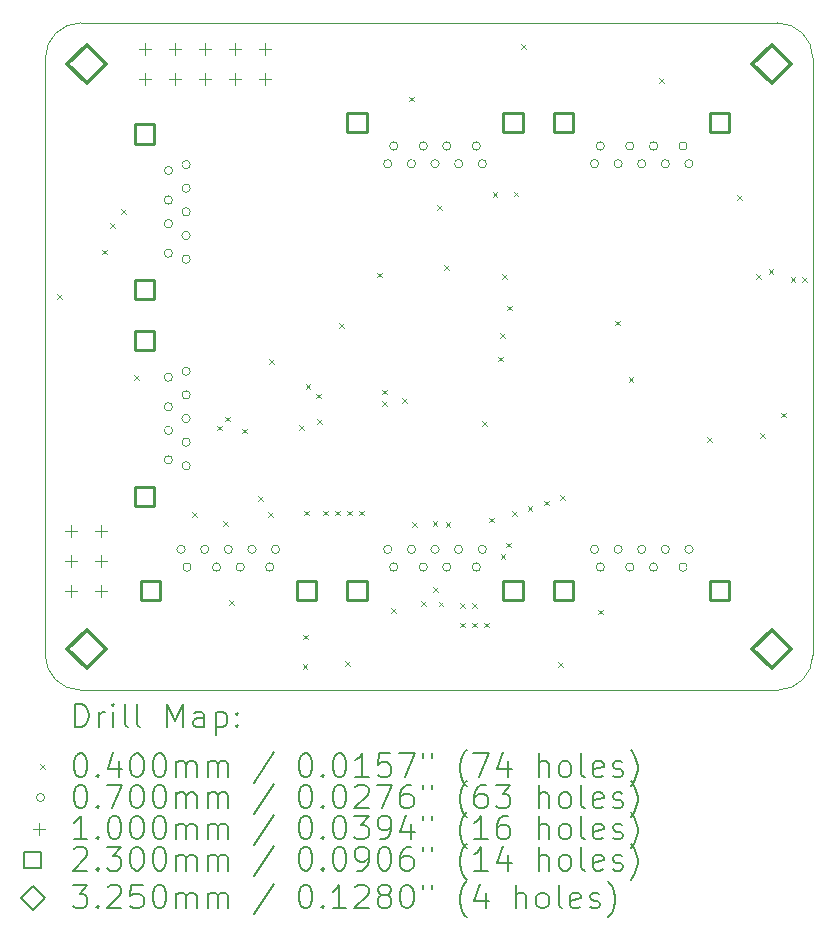
<source format=gbr>
%FSLAX45Y45*%
G04 Gerber Fmt 4.5, Leading zero omitted, Abs format (unit mm)*
G04 Created by KiCad (PCBNEW (6.0.2)) date 2022-07-10 22:33:11*
%MOMM*%
%LPD*%
G01*
G04 APERTURE LIST*
%TA.AperFunction,Profile*%
%ADD10C,0.100000*%
%TD*%
%ADD11C,0.200000*%
%ADD12C,0.040000*%
%ADD13C,0.070000*%
%ADD14C,0.100000*%
%ADD15C,0.230000*%
%ADD16C,0.325000*%
G04 APERTURE END LIST*
D10*
X10000000Y-13350000D02*
G75*
G03*
X10300000Y-13650000I300000J0D01*
G01*
X16200000Y-13650000D02*
X10300000Y-13650000D01*
X10300000Y-8000000D02*
X16200000Y-8000000D01*
X16500000Y-8300000D02*
G75*
G03*
X16200000Y-8000000I-300000J0D01*
G01*
X16200000Y-13650000D02*
G75*
G03*
X16500000Y-13350000I0J300000D01*
G01*
X10300000Y-8000000D02*
G75*
G03*
X10000000Y-8300000I0J-300000D01*
G01*
X16500000Y-8300000D02*
X16500000Y-13350000D01*
X10000000Y-8300000D02*
X10000000Y-13350000D01*
D11*
D12*
X10100000Y-10295000D02*
X10140000Y-10335000D01*
X10140000Y-10295000D02*
X10100000Y-10335000D01*
X10480000Y-9920000D02*
X10520000Y-9960000D01*
X10520000Y-9920000D02*
X10480000Y-9960000D01*
X10552450Y-9694299D02*
X10592450Y-9734299D01*
X10592450Y-9694299D02*
X10552450Y-9734299D01*
X10645000Y-9575000D02*
X10685000Y-9615000D01*
X10685000Y-9575000D02*
X10645000Y-9615000D01*
X10750000Y-10980000D02*
X10790000Y-11020000D01*
X10790000Y-10980000D02*
X10750000Y-11020000D01*
X11245000Y-12140000D02*
X11285000Y-12180000D01*
X11285000Y-12140000D02*
X11245000Y-12180000D01*
X11458103Y-11409357D02*
X11498103Y-11449357D01*
X11498103Y-11409357D02*
X11458103Y-11449357D01*
X11505000Y-12220000D02*
X11545000Y-12260000D01*
X11545000Y-12220000D02*
X11505000Y-12260000D01*
X11525000Y-11335000D02*
X11565000Y-11375000D01*
X11565000Y-11335000D02*
X11525000Y-11375000D01*
X11555000Y-12890000D02*
X11595000Y-12930000D01*
X11595000Y-12890000D02*
X11555000Y-12930000D01*
X11665000Y-11435000D02*
X11705000Y-11475000D01*
X11705000Y-11435000D02*
X11665000Y-11475000D01*
X11805000Y-12005000D02*
X11845000Y-12045000D01*
X11845000Y-12005000D02*
X11805000Y-12045000D01*
X11885000Y-12140000D02*
X11925000Y-12180000D01*
X11925000Y-12140000D02*
X11885000Y-12180000D01*
X11895000Y-10850000D02*
X11935000Y-10890000D01*
X11935000Y-10850000D02*
X11895000Y-10890000D01*
X12150000Y-11405000D02*
X12190000Y-11445000D01*
X12190000Y-11405000D02*
X12150000Y-11445000D01*
X12180000Y-13430000D02*
X12220000Y-13470000D01*
X12220000Y-13430000D02*
X12180000Y-13470000D01*
X12185000Y-13180000D02*
X12225000Y-13220000D01*
X12225000Y-13180000D02*
X12185000Y-13220000D01*
X12190000Y-12130000D02*
X12230000Y-12170000D01*
X12230000Y-12130000D02*
X12190000Y-12170000D01*
X12205000Y-11060000D02*
X12245000Y-11100000D01*
X12245000Y-11060000D02*
X12205000Y-11100000D01*
X12295000Y-11140000D02*
X12335000Y-11180000D01*
X12335000Y-11140000D02*
X12295000Y-11180000D01*
X12305000Y-11355000D02*
X12345000Y-11395000D01*
X12345000Y-11355000D02*
X12305000Y-11395000D01*
X12355000Y-12130000D02*
X12395000Y-12170000D01*
X12395000Y-12130000D02*
X12355000Y-12170000D01*
X12455000Y-12130000D02*
X12495000Y-12170000D01*
X12495000Y-12130000D02*
X12455000Y-12170000D01*
X12490000Y-10545000D02*
X12530000Y-10585000D01*
X12530000Y-10545000D02*
X12490000Y-10585000D01*
X12540000Y-13405000D02*
X12580000Y-13445000D01*
X12580000Y-13405000D02*
X12540000Y-13445000D01*
X12555000Y-12130000D02*
X12595000Y-12170000D01*
X12595000Y-12130000D02*
X12555000Y-12170000D01*
X12655000Y-12130000D02*
X12695000Y-12170000D01*
X12695000Y-12130000D02*
X12655000Y-12170000D01*
X12810000Y-10115000D02*
X12850000Y-10155000D01*
X12850000Y-10115000D02*
X12810000Y-10155000D01*
X12850000Y-11105000D02*
X12890000Y-11145000D01*
X12890000Y-11105000D02*
X12850000Y-11145000D01*
X12850000Y-11204950D02*
X12890000Y-11244950D01*
X12890000Y-11204950D02*
X12850000Y-11244950D01*
X12930516Y-12955516D02*
X12970516Y-12995516D01*
X12970516Y-12955516D02*
X12930516Y-12995516D01*
X13020000Y-11177450D02*
X13060000Y-11217450D01*
X13060000Y-11177450D02*
X13020000Y-11217450D01*
X13080000Y-8625000D02*
X13120000Y-8665000D01*
X13120000Y-8625000D02*
X13080000Y-8665000D01*
X13107550Y-12230000D02*
X13147550Y-12270000D01*
X13147550Y-12230000D02*
X13107550Y-12270000D01*
X13180000Y-12897450D02*
X13220000Y-12937450D01*
X13220000Y-12897450D02*
X13180000Y-12937450D01*
X13280000Y-12218709D02*
X13320000Y-12258709D01*
X13320000Y-12218709D02*
X13280000Y-12258709D01*
X13285000Y-12780000D02*
X13325000Y-12820000D01*
X13325000Y-12780000D02*
X13285000Y-12820000D01*
X13320000Y-9545000D02*
X13360000Y-9585000D01*
X13360000Y-9545000D02*
X13320000Y-9585000D01*
X13330000Y-12900000D02*
X13370000Y-12940000D01*
X13370000Y-12900000D02*
X13330000Y-12940000D01*
X13380000Y-10050000D02*
X13420000Y-10090000D01*
X13420000Y-10050000D02*
X13380000Y-10090000D01*
X13390000Y-12230000D02*
X13430000Y-12270000D01*
X13430000Y-12230000D02*
X13390000Y-12270000D01*
X13515000Y-12910000D02*
X13555000Y-12950000D01*
X13555000Y-12910000D02*
X13515000Y-12950000D01*
X13515000Y-13077450D02*
X13555000Y-13117450D01*
X13555000Y-13077450D02*
X13515000Y-13117450D01*
X13614950Y-12910000D02*
X13654950Y-12950000D01*
X13654950Y-12910000D02*
X13614950Y-12950000D01*
X13614950Y-13077450D02*
X13654950Y-13117450D01*
X13654950Y-13077450D02*
X13614950Y-13117450D01*
X13700000Y-11370000D02*
X13740000Y-11410000D01*
X13740000Y-11370000D02*
X13700000Y-11410000D01*
X13714901Y-13077450D02*
X13754901Y-13117450D01*
X13754901Y-13077450D02*
X13714901Y-13117450D01*
X13760147Y-12190000D02*
X13800147Y-12230000D01*
X13800147Y-12190000D02*
X13760147Y-12230000D01*
X13786944Y-9433056D02*
X13826944Y-9473056D01*
X13826944Y-9433056D02*
X13786944Y-9473056D01*
X13835000Y-10825000D02*
X13875000Y-10865000D01*
X13875000Y-10825000D02*
X13835000Y-10865000D01*
X13850000Y-10625000D02*
X13890000Y-10665000D01*
X13890000Y-10625000D02*
X13850000Y-10665000D01*
X13855000Y-12500000D02*
X13895000Y-12540000D01*
X13895000Y-12500000D02*
X13855000Y-12540000D01*
X13870000Y-10125000D02*
X13910000Y-10165000D01*
X13910000Y-10125000D02*
X13870000Y-10165000D01*
X13905047Y-12400000D02*
X13945047Y-12440000D01*
X13945047Y-12400000D02*
X13905047Y-12440000D01*
X13910000Y-10395000D02*
X13950000Y-10435000D01*
X13950000Y-10395000D02*
X13910000Y-10435000D01*
X13950000Y-12135000D02*
X13990000Y-12175000D01*
X13990000Y-12135000D02*
X13950000Y-12175000D01*
X13965000Y-9430000D02*
X14005000Y-9470000D01*
X14005000Y-9430000D02*
X13965000Y-9470000D01*
X14030000Y-8180000D02*
X14070000Y-8220000D01*
X14070000Y-8180000D02*
X14030000Y-8220000D01*
X14085000Y-12090000D02*
X14125000Y-12130000D01*
X14125000Y-12090000D02*
X14085000Y-12130000D01*
X14224940Y-12045000D02*
X14264940Y-12085000D01*
X14264940Y-12045000D02*
X14224940Y-12085000D01*
X14340000Y-13410000D02*
X14380000Y-13450000D01*
X14380000Y-13410000D02*
X14340000Y-13450000D01*
X14360000Y-12000000D02*
X14400000Y-12040000D01*
X14400000Y-12000000D02*
X14360000Y-12040000D01*
X14680000Y-12967550D02*
X14720000Y-13007550D01*
X14720000Y-12967550D02*
X14680000Y-13007550D01*
X14825000Y-10520000D02*
X14865000Y-10560000D01*
X14865000Y-10520000D02*
X14825000Y-10560000D01*
X14940000Y-11000000D02*
X14980000Y-11040000D01*
X14980000Y-11000000D02*
X14940000Y-11040000D01*
X15200000Y-8470000D02*
X15240000Y-8510000D01*
X15240000Y-8470000D02*
X15200000Y-8510000D01*
X15605000Y-11510000D02*
X15645000Y-11550000D01*
X15645000Y-11510000D02*
X15605000Y-11550000D01*
X15855000Y-9460000D02*
X15895000Y-9500000D01*
X15895000Y-9460000D02*
X15855000Y-9500000D01*
X16020000Y-10130000D02*
X16060000Y-10170000D01*
X16060000Y-10130000D02*
X16020000Y-10170000D01*
X16055000Y-11475000D02*
X16095000Y-11515000D01*
X16095000Y-11475000D02*
X16055000Y-11515000D01*
X16125000Y-10085000D02*
X16165000Y-10125000D01*
X16165000Y-10085000D02*
X16125000Y-10125000D01*
X16230000Y-11300000D02*
X16270000Y-11340000D01*
X16270000Y-11300000D02*
X16230000Y-11340000D01*
X16310002Y-10155000D02*
X16350002Y-10195000D01*
X16350002Y-10155000D02*
X16310002Y-10195000D01*
X16409952Y-10155000D02*
X16449952Y-10195000D01*
X16449952Y-10155000D02*
X16409952Y-10195000D01*
D13*
X11077500Y-9250000D02*
G75*
G03*
X11077500Y-9250000I-35000J0D01*
G01*
X11077500Y-9500000D02*
G75*
G03*
X11077500Y-9500000I-35000J0D01*
G01*
X11077500Y-9700000D02*
G75*
G03*
X11077500Y-9700000I-35000J0D01*
G01*
X11077500Y-9950000D02*
G75*
G03*
X11077500Y-9950000I-35000J0D01*
G01*
X11077500Y-11000000D02*
G75*
G03*
X11077500Y-11000000I-35000J0D01*
G01*
X11077500Y-11250000D02*
G75*
G03*
X11077500Y-11250000I-35000J0D01*
G01*
X11077500Y-11450000D02*
G75*
G03*
X11077500Y-11450000I-35000J0D01*
G01*
X11077500Y-11700000D02*
G75*
G03*
X11077500Y-11700000I-35000J0D01*
G01*
X11185000Y-12457500D02*
G75*
G03*
X11185000Y-12457500I-35000J0D01*
G01*
X11227500Y-9200000D02*
G75*
G03*
X11227500Y-9200000I-35000J0D01*
G01*
X11227500Y-9400000D02*
G75*
G03*
X11227500Y-9400000I-35000J0D01*
G01*
X11227500Y-9600000D02*
G75*
G03*
X11227500Y-9600000I-35000J0D01*
G01*
X11227500Y-9800000D02*
G75*
G03*
X11227500Y-9800000I-35000J0D01*
G01*
X11227500Y-10000000D02*
G75*
G03*
X11227500Y-10000000I-35000J0D01*
G01*
X11227500Y-10950000D02*
G75*
G03*
X11227500Y-10950000I-35000J0D01*
G01*
X11227500Y-11150000D02*
G75*
G03*
X11227500Y-11150000I-35000J0D01*
G01*
X11227500Y-11350000D02*
G75*
G03*
X11227500Y-11350000I-35000J0D01*
G01*
X11227500Y-11550000D02*
G75*
G03*
X11227500Y-11550000I-35000J0D01*
G01*
X11227500Y-11750000D02*
G75*
G03*
X11227500Y-11750000I-35000J0D01*
G01*
X11235000Y-12607500D02*
G75*
G03*
X11235000Y-12607500I-35000J0D01*
G01*
X11385000Y-12457500D02*
G75*
G03*
X11385000Y-12457500I-35000J0D01*
G01*
X11485000Y-12607500D02*
G75*
G03*
X11485000Y-12607500I-35000J0D01*
G01*
X11585000Y-12457500D02*
G75*
G03*
X11585000Y-12457500I-35000J0D01*
G01*
X11685000Y-12607500D02*
G75*
G03*
X11685000Y-12607500I-35000J0D01*
G01*
X11785000Y-12457500D02*
G75*
G03*
X11785000Y-12457500I-35000J0D01*
G01*
X11935000Y-12607500D02*
G75*
G03*
X11935000Y-12607500I-35000J0D01*
G01*
X11985000Y-12457500D02*
G75*
G03*
X11985000Y-12457500I-35000J0D01*
G01*
X12935000Y-9192500D02*
G75*
G03*
X12935000Y-9192500I-35000J0D01*
G01*
X12935000Y-12457500D02*
G75*
G03*
X12935000Y-12457500I-35000J0D01*
G01*
X12985000Y-9042500D02*
G75*
G03*
X12985000Y-9042500I-35000J0D01*
G01*
X12985000Y-12607500D02*
G75*
G03*
X12985000Y-12607500I-35000J0D01*
G01*
X13135000Y-9192500D02*
G75*
G03*
X13135000Y-9192500I-35000J0D01*
G01*
X13135000Y-12457500D02*
G75*
G03*
X13135000Y-12457500I-35000J0D01*
G01*
X13235000Y-9042500D02*
G75*
G03*
X13235000Y-9042500I-35000J0D01*
G01*
X13235000Y-12607500D02*
G75*
G03*
X13235000Y-12607500I-35000J0D01*
G01*
X13335000Y-9192500D02*
G75*
G03*
X13335000Y-9192500I-35000J0D01*
G01*
X13335000Y-12457500D02*
G75*
G03*
X13335000Y-12457500I-35000J0D01*
G01*
X13435000Y-9042500D02*
G75*
G03*
X13435000Y-9042500I-35000J0D01*
G01*
X13435000Y-12607500D02*
G75*
G03*
X13435000Y-12607500I-35000J0D01*
G01*
X13535000Y-9192500D02*
G75*
G03*
X13535000Y-9192500I-35000J0D01*
G01*
X13535000Y-12457500D02*
G75*
G03*
X13535000Y-12457500I-35000J0D01*
G01*
X13685000Y-9042500D02*
G75*
G03*
X13685000Y-9042500I-35000J0D01*
G01*
X13685000Y-12607500D02*
G75*
G03*
X13685000Y-12607500I-35000J0D01*
G01*
X13735000Y-9192500D02*
G75*
G03*
X13735000Y-9192500I-35000J0D01*
G01*
X13735000Y-12457500D02*
G75*
G03*
X13735000Y-12457500I-35000J0D01*
G01*
X14685000Y-9192500D02*
G75*
G03*
X14685000Y-9192500I-35000J0D01*
G01*
X14685000Y-12457500D02*
G75*
G03*
X14685000Y-12457500I-35000J0D01*
G01*
X14735000Y-9042500D02*
G75*
G03*
X14735000Y-9042500I-35000J0D01*
G01*
X14735000Y-12607500D02*
G75*
G03*
X14735000Y-12607500I-35000J0D01*
G01*
X14885000Y-9192500D02*
G75*
G03*
X14885000Y-9192500I-35000J0D01*
G01*
X14885000Y-12457500D02*
G75*
G03*
X14885000Y-12457500I-35000J0D01*
G01*
X14985000Y-9042500D02*
G75*
G03*
X14985000Y-9042500I-35000J0D01*
G01*
X14985000Y-12607500D02*
G75*
G03*
X14985000Y-12607500I-35000J0D01*
G01*
X15085000Y-9192500D02*
G75*
G03*
X15085000Y-9192500I-35000J0D01*
G01*
X15085000Y-12457500D02*
G75*
G03*
X15085000Y-12457500I-35000J0D01*
G01*
X15185000Y-9042500D02*
G75*
G03*
X15185000Y-9042500I-35000J0D01*
G01*
X15185000Y-12607500D02*
G75*
G03*
X15185000Y-12607500I-35000J0D01*
G01*
X15285000Y-9192500D02*
G75*
G03*
X15285000Y-9192500I-35000J0D01*
G01*
X15285000Y-12457500D02*
G75*
G03*
X15285000Y-12457500I-35000J0D01*
G01*
X15435000Y-9042500D02*
G75*
G03*
X15435000Y-9042500I-35000J0D01*
G01*
X15435000Y-12607500D02*
G75*
G03*
X15435000Y-12607500I-35000J0D01*
G01*
X15485000Y-9192500D02*
G75*
G03*
X15485000Y-9192500I-35000J0D01*
G01*
X15485000Y-12457500D02*
G75*
G03*
X15485000Y-12457500I-35000J0D01*
G01*
D14*
X10217500Y-12252500D02*
X10217500Y-12352500D01*
X10167500Y-12302500D02*
X10267500Y-12302500D01*
X10217500Y-12506500D02*
X10217500Y-12606500D01*
X10167500Y-12556500D02*
X10267500Y-12556500D01*
X10217500Y-12760500D02*
X10217500Y-12860500D01*
X10167500Y-12810500D02*
X10267500Y-12810500D01*
X10471500Y-12252500D02*
X10471500Y-12352500D01*
X10421500Y-12302500D02*
X10521500Y-12302500D01*
X10471500Y-12506500D02*
X10471500Y-12606500D01*
X10421500Y-12556500D02*
X10521500Y-12556500D01*
X10471500Y-12760500D02*
X10471500Y-12860500D01*
X10421500Y-12810500D02*
X10521500Y-12810500D01*
X10845000Y-8171000D02*
X10845000Y-8271000D01*
X10795000Y-8221000D02*
X10895000Y-8221000D01*
X10845000Y-8425000D02*
X10845000Y-8525000D01*
X10795000Y-8475000D02*
X10895000Y-8475000D01*
X11099000Y-8171000D02*
X11099000Y-8271000D01*
X11049000Y-8221000D02*
X11149000Y-8221000D01*
X11099000Y-8425000D02*
X11099000Y-8525000D01*
X11049000Y-8475000D02*
X11149000Y-8475000D01*
X11353000Y-8171000D02*
X11353000Y-8271000D01*
X11303000Y-8221000D02*
X11403000Y-8221000D01*
X11353000Y-8425000D02*
X11353000Y-8525000D01*
X11303000Y-8475000D02*
X11403000Y-8475000D01*
X11607000Y-8171000D02*
X11607000Y-8271000D01*
X11557000Y-8221000D02*
X11657000Y-8221000D01*
X11607000Y-8425000D02*
X11607000Y-8525000D01*
X11557000Y-8475000D02*
X11657000Y-8475000D01*
X11861000Y-8171000D02*
X11861000Y-8271000D01*
X11811000Y-8221000D02*
X11911000Y-8221000D01*
X11861000Y-8425000D02*
X11861000Y-8525000D01*
X11811000Y-8475000D02*
X11911000Y-8475000D01*
D15*
X10923818Y-9021318D02*
X10923818Y-8858682D01*
X10761182Y-8858682D01*
X10761182Y-9021318D01*
X10923818Y-9021318D01*
X10923818Y-10341318D02*
X10923818Y-10178682D01*
X10761182Y-10178682D01*
X10761182Y-10341318D01*
X10923818Y-10341318D01*
X10923818Y-10771318D02*
X10923818Y-10608682D01*
X10761182Y-10608682D01*
X10761182Y-10771318D01*
X10923818Y-10771318D01*
X10923818Y-12091318D02*
X10923818Y-11928682D01*
X10761182Y-11928682D01*
X10761182Y-12091318D01*
X10923818Y-12091318D01*
X10971318Y-12888818D02*
X10971318Y-12726182D01*
X10808682Y-12726182D01*
X10808682Y-12888818D01*
X10971318Y-12888818D01*
X12291318Y-12888818D02*
X12291318Y-12726182D01*
X12128682Y-12726182D01*
X12128682Y-12888818D01*
X12291318Y-12888818D01*
X12721318Y-8923818D02*
X12721318Y-8761182D01*
X12558682Y-8761182D01*
X12558682Y-8923818D01*
X12721318Y-8923818D01*
X12721318Y-12888818D02*
X12721318Y-12726182D01*
X12558682Y-12726182D01*
X12558682Y-12888818D01*
X12721318Y-12888818D01*
X14041318Y-8923818D02*
X14041318Y-8761182D01*
X13878682Y-8761182D01*
X13878682Y-8923818D01*
X14041318Y-8923818D01*
X14041318Y-12888818D02*
X14041318Y-12726182D01*
X13878682Y-12726182D01*
X13878682Y-12888818D01*
X14041318Y-12888818D01*
X14471318Y-8923818D02*
X14471318Y-8761182D01*
X14308682Y-8761182D01*
X14308682Y-8923818D01*
X14471318Y-8923818D01*
X14471318Y-12888818D02*
X14471318Y-12726182D01*
X14308682Y-12726182D01*
X14308682Y-12888818D01*
X14471318Y-12888818D01*
X15791318Y-8923818D02*
X15791318Y-8761182D01*
X15628682Y-8761182D01*
X15628682Y-8923818D01*
X15791318Y-8923818D01*
X15791318Y-12888818D02*
X15791318Y-12726182D01*
X15628682Y-12726182D01*
X15628682Y-12888818D01*
X15791318Y-12888818D01*
D16*
X10350000Y-8512500D02*
X10512500Y-8350000D01*
X10350000Y-8187500D01*
X10187500Y-8350000D01*
X10350000Y-8512500D01*
X10350000Y-13462500D02*
X10512500Y-13300000D01*
X10350000Y-13137500D01*
X10187500Y-13300000D01*
X10350000Y-13462500D01*
X16150000Y-8512500D02*
X16312500Y-8350000D01*
X16150000Y-8187500D01*
X15987500Y-8350000D01*
X16150000Y-8512500D01*
X16150000Y-13462500D02*
X16312500Y-13300000D01*
X16150000Y-13137500D01*
X15987500Y-13300000D01*
X16150000Y-13462500D01*
D11*
X10252619Y-13965476D02*
X10252619Y-13765476D01*
X10300238Y-13765476D01*
X10328810Y-13775000D01*
X10347857Y-13794048D01*
X10357381Y-13813095D01*
X10366905Y-13851190D01*
X10366905Y-13879762D01*
X10357381Y-13917857D01*
X10347857Y-13936905D01*
X10328810Y-13955952D01*
X10300238Y-13965476D01*
X10252619Y-13965476D01*
X10452619Y-13965476D02*
X10452619Y-13832143D01*
X10452619Y-13870238D02*
X10462143Y-13851190D01*
X10471667Y-13841667D01*
X10490714Y-13832143D01*
X10509762Y-13832143D01*
X10576429Y-13965476D02*
X10576429Y-13832143D01*
X10576429Y-13765476D02*
X10566905Y-13775000D01*
X10576429Y-13784524D01*
X10585952Y-13775000D01*
X10576429Y-13765476D01*
X10576429Y-13784524D01*
X10700238Y-13965476D02*
X10681190Y-13955952D01*
X10671667Y-13936905D01*
X10671667Y-13765476D01*
X10805000Y-13965476D02*
X10785952Y-13955952D01*
X10776429Y-13936905D01*
X10776429Y-13765476D01*
X11033571Y-13965476D02*
X11033571Y-13765476D01*
X11100238Y-13908333D01*
X11166905Y-13765476D01*
X11166905Y-13965476D01*
X11347857Y-13965476D02*
X11347857Y-13860714D01*
X11338333Y-13841667D01*
X11319286Y-13832143D01*
X11281190Y-13832143D01*
X11262143Y-13841667D01*
X11347857Y-13955952D02*
X11328809Y-13965476D01*
X11281190Y-13965476D01*
X11262143Y-13955952D01*
X11252619Y-13936905D01*
X11252619Y-13917857D01*
X11262143Y-13898809D01*
X11281190Y-13889286D01*
X11328809Y-13889286D01*
X11347857Y-13879762D01*
X11443095Y-13832143D02*
X11443095Y-14032143D01*
X11443095Y-13841667D02*
X11462143Y-13832143D01*
X11500238Y-13832143D01*
X11519286Y-13841667D01*
X11528809Y-13851190D01*
X11538333Y-13870238D01*
X11538333Y-13927381D01*
X11528809Y-13946428D01*
X11519286Y-13955952D01*
X11500238Y-13965476D01*
X11462143Y-13965476D01*
X11443095Y-13955952D01*
X11624048Y-13946428D02*
X11633571Y-13955952D01*
X11624048Y-13965476D01*
X11614524Y-13955952D01*
X11624048Y-13946428D01*
X11624048Y-13965476D01*
X11624048Y-13841667D02*
X11633571Y-13851190D01*
X11624048Y-13860714D01*
X11614524Y-13851190D01*
X11624048Y-13841667D01*
X11624048Y-13860714D01*
D12*
X9955000Y-14275000D02*
X9995000Y-14315000D01*
X9995000Y-14275000D02*
X9955000Y-14315000D01*
D11*
X10290714Y-14185476D02*
X10309762Y-14185476D01*
X10328810Y-14195000D01*
X10338333Y-14204524D01*
X10347857Y-14223571D01*
X10357381Y-14261667D01*
X10357381Y-14309286D01*
X10347857Y-14347381D01*
X10338333Y-14366428D01*
X10328810Y-14375952D01*
X10309762Y-14385476D01*
X10290714Y-14385476D01*
X10271667Y-14375952D01*
X10262143Y-14366428D01*
X10252619Y-14347381D01*
X10243095Y-14309286D01*
X10243095Y-14261667D01*
X10252619Y-14223571D01*
X10262143Y-14204524D01*
X10271667Y-14195000D01*
X10290714Y-14185476D01*
X10443095Y-14366428D02*
X10452619Y-14375952D01*
X10443095Y-14385476D01*
X10433571Y-14375952D01*
X10443095Y-14366428D01*
X10443095Y-14385476D01*
X10624048Y-14252143D02*
X10624048Y-14385476D01*
X10576429Y-14175952D02*
X10528810Y-14318809D01*
X10652619Y-14318809D01*
X10766905Y-14185476D02*
X10785952Y-14185476D01*
X10805000Y-14195000D01*
X10814524Y-14204524D01*
X10824048Y-14223571D01*
X10833571Y-14261667D01*
X10833571Y-14309286D01*
X10824048Y-14347381D01*
X10814524Y-14366428D01*
X10805000Y-14375952D01*
X10785952Y-14385476D01*
X10766905Y-14385476D01*
X10747857Y-14375952D01*
X10738333Y-14366428D01*
X10728810Y-14347381D01*
X10719286Y-14309286D01*
X10719286Y-14261667D01*
X10728810Y-14223571D01*
X10738333Y-14204524D01*
X10747857Y-14195000D01*
X10766905Y-14185476D01*
X10957381Y-14185476D02*
X10976429Y-14185476D01*
X10995476Y-14195000D01*
X11005000Y-14204524D01*
X11014524Y-14223571D01*
X11024048Y-14261667D01*
X11024048Y-14309286D01*
X11014524Y-14347381D01*
X11005000Y-14366428D01*
X10995476Y-14375952D01*
X10976429Y-14385476D01*
X10957381Y-14385476D01*
X10938333Y-14375952D01*
X10928810Y-14366428D01*
X10919286Y-14347381D01*
X10909762Y-14309286D01*
X10909762Y-14261667D01*
X10919286Y-14223571D01*
X10928810Y-14204524D01*
X10938333Y-14195000D01*
X10957381Y-14185476D01*
X11109762Y-14385476D02*
X11109762Y-14252143D01*
X11109762Y-14271190D02*
X11119286Y-14261667D01*
X11138333Y-14252143D01*
X11166905Y-14252143D01*
X11185952Y-14261667D01*
X11195476Y-14280714D01*
X11195476Y-14385476D01*
X11195476Y-14280714D02*
X11205000Y-14261667D01*
X11224048Y-14252143D01*
X11252619Y-14252143D01*
X11271667Y-14261667D01*
X11281190Y-14280714D01*
X11281190Y-14385476D01*
X11376428Y-14385476D02*
X11376428Y-14252143D01*
X11376428Y-14271190D02*
X11385952Y-14261667D01*
X11405000Y-14252143D01*
X11433571Y-14252143D01*
X11452619Y-14261667D01*
X11462143Y-14280714D01*
X11462143Y-14385476D01*
X11462143Y-14280714D02*
X11471667Y-14261667D01*
X11490714Y-14252143D01*
X11519286Y-14252143D01*
X11538333Y-14261667D01*
X11547857Y-14280714D01*
X11547857Y-14385476D01*
X11938333Y-14175952D02*
X11766905Y-14433095D01*
X12195476Y-14185476D02*
X12214524Y-14185476D01*
X12233571Y-14195000D01*
X12243095Y-14204524D01*
X12252619Y-14223571D01*
X12262143Y-14261667D01*
X12262143Y-14309286D01*
X12252619Y-14347381D01*
X12243095Y-14366428D01*
X12233571Y-14375952D01*
X12214524Y-14385476D01*
X12195476Y-14385476D01*
X12176428Y-14375952D01*
X12166905Y-14366428D01*
X12157381Y-14347381D01*
X12147857Y-14309286D01*
X12147857Y-14261667D01*
X12157381Y-14223571D01*
X12166905Y-14204524D01*
X12176428Y-14195000D01*
X12195476Y-14185476D01*
X12347857Y-14366428D02*
X12357381Y-14375952D01*
X12347857Y-14385476D01*
X12338333Y-14375952D01*
X12347857Y-14366428D01*
X12347857Y-14385476D01*
X12481190Y-14185476D02*
X12500238Y-14185476D01*
X12519286Y-14195000D01*
X12528809Y-14204524D01*
X12538333Y-14223571D01*
X12547857Y-14261667D01*
X12547857Y-14309286D01*
X12538333Y-14347381D01*
X12528809Y-14366428D01*
X12519286Y-14375952D01*
X12500238Y-14385476D01*
X12481190Y-14385476D01*
X12462143Y-14375952D01*
X12452619Y-14366428D01*
X12443095Y-14347381D01*
X12433571Y-14309286D01*
X12433571Y-14261667D01*
X12443095Y-14223571D01*
X12452619Y-14204524D01*
X12462143Y-14195000D01*
X12481190Y-14185476D01*
X12738333Y-14385476D02*
X12624048Y-14385476D01*
X12681190Y-14385476D02*
X12681190Y-14185476D01*
X12662143Y-14214048D01*
X12643095Y-14233095D01*
X12624048Y-14242619D01*
X12919286Y-14185476D02*
X12824048Y-14185476D01*
X12814524Y-14280714D01*
X12824048Y-14271190D01*
X12843095Y-14261667D01*
X12890714Y-14261667D01*
X12909762Y-14271190D01*
X12919286Y-14280714D01*
X12928809Y-14299762D01*
X12928809Y-14347381D01*
X12919286Y-14366428D01*
X12909762Y-14375952D01*
X12890714Y-14385476D01*
X12843095Y-14385476D01*
X12824048Y-14375952D01*
X12814524Y-14366428D01*
X12995476Y-14185476D02*
X13128809Y-14185476D01*
X13043095Y-14385476D01*
X13195476Y-14185476D02*
X13195476Y-14223571D01*
X13271667Y-14185476D02*
X13271667Y-14223571D01*
X13566905Y-14461667D02*
X13557381Y-14452143D01*
X13538333Y-14423571D01*
X13528809Y-14404524D01*
X13519286Y-14375952D01*
X13509762Y-14328333D01*
X13509762Y-14290238D01*
X13519286Y-14242619D01*
X13528809Y-14214048D01*
X13538333Y-14195000D01*
X13557381Y-14166428D01*
X13566905Y-14156905D01*
X13624048Y-14185476D02*
X13757381Y-14185476D01*
X13671667Y-14385476D01*
X13919286Y-14252143D02*
X13919286Y-14385476D01*
X13871667Y-14175952D02*
X13824048Y-14318809D01*
X13947857Y-14318809D01*
X14176428Y-14385476D02*
X14176428Y-14185476D01*
X14262143Y-14385476D02*
X14262143Y-14280714D01*
X14252619Y-14261667D01*
X14233571Y-14252143D01*
X14205000Y-14252143D01*
X14185952Y-14261667D01*
X14176428Y-14271190D01*
X14385952Y-14385476D02*
X14366905Y-14375952D01*
X14357381Y-14366428D01*
X14347857Y-14347381D01*
X14347857Y-14290238D01*
X14357381Y-14271190D01*
X14366905Y-14261667D01*
X14385952Y-14252143D01*
X14414524Y-14252143D01*
X14433571Y-14261667D01*
X14443095Y-14271190D01*
X14452619Y-14290238D01*
X14452619Y-14347381D01*
X14443095Y-14366428D01*
X14433571Y-14375952D01*
X14414524Y-14385476D01*
X14385952Y-14385476D01*
X14566905Y-14385476D02*
X14547857Y-14375952D01*
X14538333Y-14356905D01*
X14538333Y-14185476D01*
X14719286Y-14375952D02*
X14700238Y-14385476D01*
X14662143Y-14385476D01*
X14643095Y-14375952D01*
X14633571Y-14356905D01*
X14633571Y-14280714D01*
X14643095Y-14261667D01*
X14662143Y-14252143D01*
X14700238Y-14252143D01*
X14719286Y-14261667D01*
X14728809Y-14280714D01*
X14728809Y-14299762D01*
X14633571Y-14318809D01*
X14805000Y-14375952D02*
X14824048Y-14385476D01*
X14862143Y-14385476D01*
X14881190Y-14375952D01*
X14890714Y-14356905D01*
X14890714Y-14347381D01*
X14881190Y-14328333D01*
X14862143Y-14318809D01*
X14833571Y-14318809D01*
X14814524Y-14309286D01*
X14805000Y-14290238D01*
X14805000Y-14280714D01*
X14814524Y-14261667D01*
X14833571Y-14252143D01*
X14862143Y-14252143D01*
X14881190Y-14261667D01*
X14957381Y-14461667D02*
X14966905Y-14452143D01*
X14985952Y-14423571D01*
X14995476Y-14404524D01*
X15005000Y-14375952D01*
X15014524Y-14328333D01*
X15014524Y-14290238D01*
X15005000Y-14242619D01*
X14995476Y-14214048D01*
X14985952Y-14195000D01*
X14966905Y-14166428D01*
X14957381Y-14156905D01*
D13*
X9995000Y-14559000D02*
G75*
G03*
X9995000Y-14559000I-35000J0D01*
G01*
D11*
X10290714Y-14449476D02*
X10309762Y-14449476D01*
X10328810Y-14459000D01*
X10338333Y-14468524D01*
X10347857Y-14487571D01*
X10357381Y-14525667D01*
X10357381Y-14573286D01*
X10347857Y-14611381D01*
X10338333Y-14630428D01*
X10328810Y-14639952D01*
X10309762Y-14649476D01*
X10290714Y-14649476D01*
X10271667Y-14639952D01*
X10262143Y-14630428D01*
X10252619Y-14611381D01*
X10243095Y-14573286D01*
X10243095Y-14525667D01*
X10252619Y-14487571D01*
X10262143Y-14468524D01*
X10271667Y-14459000D01*
X10290714Y-14449476D01*
X10443095Y-14630428D02*
X10452619Y-14639952D01*
X10443095Y-14649476D01*
X10433571Y-14639952D01*
X10443095Y-14630428D01*
X10443095Y-14649476D01*
X10519286Y-14449476D02*
X10652619Y-14449476D01*
X10566905Y-14649476D01*
X10766905Y-14449476D02*
X10785952Y-14449476D01*
X10805000Y-14459000D01*
X10814524Y-14468524D01*
X10824048Y-14487571D01*
X10833571Y-14525667D01*
X10833571Y-14573286D01*
X10824048Y-14611381D01*
X10814524Y-14630428D01*
X10805000Y-14639952D01*
X10785952Y-14649476D01*
X10766905Y-14649476D01*
X10747857Y-14639952D01*
X10738333Y-14630428D01*
X10728810Y-14611381D01*
X10719286Y-14573286D01*
X10719286Y-14525667D01*
X10728810Y-14487571D01*
X10738333Y-14468524D01*
X10747857Y-14459000D01*
X10766905Y-14449476D01*
X10957381Y-14449476D02*
X10976429Y-14449476D01*
X10995476Y-14459000D01*
X11005000Y-14468524D01*
X11014524Y-14487571D01*
X11024048Y-14525667D01*
X11024048Y-14573286D01*
X11014524Y-14611381D01*
X11005000Y-14630428D01*
X10995476Y-14639952D01*
X10976429Y-14649476D01*
X10957381Y-14649476D01*
X10938333Y-14639952D01*
X10928810Y-14630428D01*
X10919286Y-14611381D01*
X10909762Y-14573286D01*
X10909762Y-14525667D01*
X10919286Y-14487571D01*
X10928810Y-14468524D01*
X10938333Y-14459000D01*
X10957381Y-14449476D01*
X11109762Y-14649476D02*
X11109762Y-14516143D01*
X11109762Y-14535190D02*
X11119286Y-14525667D01*
X11138333Y-14516143D01*
X11166905Y-14516143D01*
X11185952Y-14525667D01*
X11195476Y-14544714D01*
X11195476Y-14649476D01*
X11195476Y-14544714D02*
X11205000Y-14525667D01*
X11224048Y-14516143D01*
X11252619Y-14516143D01*
X11271667Y-14525667D01*
X11281190Y-14544714D01*
X11281190Y-14649476D01*
X11376428Y-14649476D02*
X11376428Y-14516143D01*
X11376428Y-14535190D02*
X11385952Y-14525667D01*
X11405000Y-14516143D01*
X11433571Y-14516143D01*
X11452619Y-14525667D01*
X11462143Y-14544714D01*
X11462143Y-14649476D01*
X11462143Y-14544714D02*
X11471667Y-14525667D01*
X11490714Y-14516143D01*
X11519286Y-14516143D01*
X11538333Y-14525667D01*
X11547857Y-14544714D01*
X11547857Y-14649476D01*
X11938333Y-14439952D02*
X11766905Y-14697095D01*
X12195476Y-14449476D02*
X12214524Y-14449476D01*
X12233571Y-14459000D01*
X12243095Y-14468524D01*
X12252619Y-14487571D01*
X12262143Y-14525667D01*
X12262143Y-14573286D01*
X12252619Y-14611381D01*
X12243095Y-14630428D01*
X12233571Y-14639952D01*
X12214524Y-14649476D01*
X12195476Y-14649476D01*
X12176428Y-14639952D01*
X12166905Y-14630428D01*
X12157381Y-14611381D01*
X12147857Y-14573286D01*
X12147857Y-14525667D01*
X12157381Y-14487571D01*
X12166905Y-14468524D01*
X12176428Y-14459000D01*
X12195476Y-14449476D01*
X12347857Y-14630428D02*
X12357381Y-14639952D01*
X12347857Y-14649476D01*
X12338333Y-14639952D01*
X12347857Y-14630428D01*
X12347857Y-14649476D01*
X12481190Y-14449476D02*
X12500238Y-14449476D01*
X12519286Y-14459000D01*
X12528809Y-14468524D01*
X12538333Y-14487571D01*
X12547857Y-14525667D01*
X12547857Y-14573286D01*
X12538333Y-14611381D01*
X12528809Y-14630428D01*
X12519286Y-14639952D01*
X12500238Y-14649476D01*
X12481190Y-14649476D01*
X12462143Y-14639952D01*
X12452619Y-14630428D01*
X12443095Y-14611381D01*
X12433571Y-14573286D01*
X12433571Y-14525667D01*
X12443095Y-14487571D01*
X12452619Y-14468524D01*
X12462143Y-14459000D01*
X12481190Y-14449476D01*
X12624048Y-14468524D02*
X12633571Y-14459000D01*
X12652619Y-14449476D01*
X12700238Y-14449476D01*
X12719286Y-14459000D01*
X12728809Y-14468524D01*
X12738333Y-14487571D01*
X12738333Y-14506619D01*
X12728809Y-14535190D01*
X12614524Y-14649476D01*
X12738333Y-14649476D01*
X12805000Y-14449476D02*
X12938333Y-14449476D01*
X12852619Y-14649476D01*
X13100238Y-14449476D02*
X13062143Y-14449476D01*
X13043095Y-14459000D01*
X13033571Y-14468524D01*
X13014524Y-14497095D01*
X13005000Y-14535190D01*
X13005000Y-14611381D01*
X13014524Y-14630428D01*
X13024048Y-14639952D01*
X13043095Y-14649476D01*
X13081190Y-14649476D01*
X13100238Y-14639952D01*
X13109762Y-14630428D01*
X13119286Y-14611381D01*
X13119286Y-14563762D01*
X13109762Y-14544714D01*
X13100238Y-14535190D01*
X13081190Y-14525667D01*
X13043095Y-14525667D01*
X13024048Y-14535190D01*
X13014524Y-14544714D01*
X13005000Y-14563762D01*
X13195476Y-14449476D02*
X13195476Y-14487571D01*
X13271667Y-14449476D02*
X13271667Y-14487571D01*
X13566905Y-14725667D02*
X13557381Y-14716143D01*
X13538333Y-14687571D01*
X13528809Y-14668524D01*
X13519286Y-14639952D01*
X13509762Y-14592333D01*
X13509762Y-14554238D01*
X13519286Y-14506619D01*
X13528809Y-14478048D01*
X13538333Y-14459000D01*
X13557381Y-14430428D01*
X13566905Y-14420905D01*
X13728809Y-14449476D02*
X13690714Y-14449476D01*
X13671667Y-14459000D01*
X13662143Y-14468524D01*
X13643095Y-14497095D01*
X13633571Y-14535190D01*
X13633571Y-14611381D01*
X13643095Y-14630428D01*
X13652619Y-14639952D01*
X13671667Y-14649476D01*
X13709762Y-14649476D01*
X13728809Y-14639952D01*
X13738333Y-14630428D01*
X13747857Y-14611381D01*
X13747857Y-14563762D01*
X13738333Y-14544714D01*
X13728809Y-14535190D01*
X13709762Y-14525667D01*
X13671667Y-14525667D01*
X13652619Y-14535190D01*
X13643095Y-14544714D01*
X13633571Y-14563762D01*
X13814524Y-14449476D02*
X13938333Y-14449476D01*
X13871667Y-14525667D01*
X13900238Y-14525667D01*
X13919286Y-14535190D01*
X13928809Y-14544714D01*
X13938333Y-14563762D01*
X13938333Y-14611381D01*
X13928809Y-14630428D01*
X13919286Y-14639952D01*
X13900238Y-14649476D01*
X13843095Y-14649476D01*
X13824048Y-14639952D01*
X13814524Y-14630428D01*
X14176428Y-14649476D02*
X14176428Y-14449476D01*
X14262143Y-14649476D02*
X14262143Y-14544714D01*
X14252619Y-14525667D01*
X14233571Y-14516143D01*
X14205000Y-14516143D01*
X14185952Y-14525667D01*
X14176428Y-14535190D01*
X14385952Y-14649476D02*
X14366905Y-14639952D01*
X14357381Y-14630428D01*
X14347857Y-14611381D01*
X14347857Y-14554238D01*
X14357381Y-14535190D01*
X14366905Y-14525667D01*
X14385952Y-14516143D01*
X14414524Y-14516143D01*
X14433571Y-14525667D01*
X14443095Y-14535190D01*
X14452619Y-14554238D01*
X14452619Y-14611381D01*
X14443095Y-14630428D01*
X14433571Y-14639952D01*
X14414524Y-14649476D01*
X14385952Y-14649476D01*
X14566905Y-14649476D02*
X14547857Y-14639952D01*
X14538333Y-14620905D01*
X14538333Y-14449476D01*
X14719286Y-14639952D02*
X14700238Y-14649476D01*
X14662143Y-14649476D01*
X14643095Y-14639952D01*
X14633571Y-14620905D01*
X14633571Y-14544714D01*
X14643095Y-14525667D01*
X14662143Y-14516143D01*
X14700238Y-14516143D01*
X14719286Y-14525667D01*
X14728809Y-14544714D01*
X14728809Y-14563762D01*
X14633571Y-14582809D01*
X14805000Y-14639952D02*
X14824048Y-14649476D01*
X14862143Y-14649476D01*
X14881190Y-14639952D01*
X14890714Y-14620905D01*
X14890714Y-14611381D01*
X14881190Y-14592333D01*
X14862143Y-14582809D01*
X14833571Y-14582809D01*
X14814524Y-14573286D01*
X14805000Y-14554238D01*
X14805000Y-14544714D01*
X14814524Y-14525667D01*
X14833571Y-14516143D01*
X14862143Y-14516143D01*
X14881190Y-14525667D01*
X14957381Y-14725667D02*
X14966905Y-14716143D01*
X14985952Y-14687571D01*
X14995476Y-14668524D01*
X15005000Y-14639952D01*
X15014524Y-14592333D01*
X15014524Y-14554238D01*
X15005000Y-14506619D01*
X14995476Y-14478048D01*
X14985952Y-14459000D01*
X14966905Y-14430428D01*
X14957381Y-14420905D01*
D14*
X9945000Y-14773000D02*
X9945000Y-14873000D01*
X9895000Y-14823000D02*
X9995000Y-14823000D01*
D11*
X10357381Y-14913476D02*
X10243095Y-14913476D01*
X10300238Y-14913476D02*
X10300238Y-14713476D01*
X10281190Y-14742048D01*
X10262143Y-14761095D01*
X10243095Y-14770619D01*
X10443095Y-14894428D02*
X10452619Y-14903952D01*
X10443095Y-14913476D01*
X10433571Y-14903952D01*
X10443095Y-14894428D01*
X10443095Y-14913476D01*
X10576429Y-14713476D02*
X10595476Y-14713476D01*
X10614524Y-14723000D01*
X10624048Y-14732524D01*
X10633571Y-14751571D01*
X10643095Y-14789667D01*
X10643095Y-14837286D01*
X10633571Y-14875381D01*
X10624048Y-14894428D01*
X10614524Y-14903952D01*
X10595476Y-14913476D01*
X10576429Y-14913476D01*
X10557381Y-14903952D01*
X10547857Y-14894428D01*
X10538333Y-14875381D01*
X10528810Y-14837286D01*
X10528810Y-14789667D01*
X10538333Y-14751571D01*
X10547857Y-14732524D01*
X10557381Y-14723000D01*
X10576429Y-14713476D01*
X10766905Y-14713476D02*
X10785952Y-14713476D01*
X10805000Y-14723000D01*
X10814524Y-14732524D01*
X10824048Y-14751571D01*
X10833571Y-14789667D01*
X10833571Y-14837286D01*
X10824048Y-14875381D01*
X10814524Y-14894428D01*
X10805000Y-14903952D01*
X10785952Y-14913476D01*
X10766905Y-14913476D01*
X10747857Y-14903952D01*
X10738333Y-14894428D01*
X10728810Y-14875381D01*
X10719286Y-14837286D01*
X10719286Y-14789667D01*
X10728810Y-14751571D01*
X10738333Y-14732524D01*
X10747857Y-14723000D01*
X10766905Y-14713476D01*
X10957381Y-14713476D02*
X10976429Y-14713476D01*
X10995476Y-14723000D01*
X11005000Y-14732524D01*
X11014524Y-14751571D01*
X11024048Y-14789667D01*
X11024048Y-14837286D01*
X11014524Y-14875381D01*
X11005000Y-14894428D01*
X10995476Y-14903952D01*
X10976429Y-14913476D01*
X10957381Y-14913476D01*
X10938333Y-14903952D01*
X10928810Y-14894428D01*
X10919286Y-14875381D01*
X10909762Y-14837286D01*
X10909762Y-14789667D01*
X10919286Y-14751571D01*
X10928810Y-14732524D01*
X10938333Y-14723000D01*
X10957381Y-14713476D01*
X11109762Y-14913476D02*
X11109762Y-14780143D01*
X11109762Y-14799190D02*
X11119286Y-14789667D01*
X11138333Y-14780143D01*
X11166905Y-14780143D01*
X11185952Y-14789667D01*
X11195476Y-14808714D01*
X11195476Y-14913476D01*
X11195476Y-14808714D02*
X11205000Y-14789667D01*
X11224048Y-14780143D01*
X11252619Y-14780143D01*
X11271667Y-14789667D01*
X11281190Y-14808714D01*
X11281190Y-14913476D01*
X11376428Y-14913476D02*
X11376428Y-14780143D01*
X11376428Y-14799190D02*
X11385952Y-14789667D01*
X11405000Y-14780143D01*
X11433571Y-14780143D01*
X11452619Y-14789667D01*
X11462143Y-14808714D01*
X11462143Y-14913476D01*
X11462143Y-14808714D02*
X11471667Y-14789667D01*
X11490714Y-14780143D01*
X11519286Y-14780143D01*
X11538333Y-14789667D01*
X11547857Y-14808714D01*
X11547857Y-14913476D01*
X11938333Y-14703952D02*
X11766905Y-14961095D01*
X12195476Y-14713476D02*
X12214524Y-14713476D01*
X12233571Y-14723000D01*
X12243095Y-14732524D01*
X12252619Y-14751571D01*
X12262143Y-14789667D01*
X12262143Y-14837286D01*
X12252619Y-14875381D01*
X12243095Y-14894428D01*
X12233571Y-14903952D01*
X12214524Y-14913476D01*
X12195476Y-14913476D01*
X12176428Y-14903952D01*
X12166905Y-14894428D01*
X12157381Y-14875381D01*
X12147857Y-14837286D01*
X12147857Y-14789667D01*
X12157381Y-14751571D01*
X12166905Y-14732524D01*
X12176428Y-14723000D01*
X12195476Y-14713476D01*
X12347857Y-14894428D02*
X12357381Y-14903952D01*
X12347857Y-14913476D01*
X12338333Y-14903952D01*
X12347857Y-14894428D01*
X12347857Y-14913476D01*
X12481190Y-14713476D02*
X12500238Y-14713476D01*
X12519286Y-14723000D01*
X12528809Y-14732524D01*
X12538333Y-14751571D01*
X12547857Y-14789667D01*
X12547857Y-14837286D01*
X12538333Y-14875381D01*
X12528809Y-14894428D01*
X12519286Y-14903952D01*
X12500238Y-14913476D01*
X12481190Y-14913476D01*
X12462143Y-14903952D01*
X12452619Y-14894428D01*
X12443095Y-14875381D01*
X12433571Y-14837286D01*
X12433571Y-14789667D01*
X12443095Y-14751571D01*
X12452619Y-14732524D01*
X12462143Y-14723000D01*
X12481190Y-14713476D01*
X12614524Y-14713476D02*
X12738333Y-14713476D01*
X12671667Y-14789667D01*
X12700238Y-14789667D01*
X12719286Y-14799190D01*
X12728809Y-14808714D01*
X12738333Y-14827762D01*
X12738333Y-14875381D01*
X12728809Y-14894428D01*
X12719286Y-14903952D01*
X12700238Y-14913476D01*
X12643095Y-14913476D01*
X12624048Y-14903952D01*
X12614524Y-14894428D01*
X12833571Y-14913476D02*
X12871667Y-14913476D01*
X12890714Y-14903952D01*
X12900238Y-14894428D01*
X12919286Y-14865857D01*
X12928809Y-14827762D01*
X12928809Y-14751571D01*
X12919286Y-14732524D01*
X12909762Y-14723000D01*
X12890714Y-14713476D01*
X12852619Y-14713476D01*
X12833571Y-14723000D01*
X12824048Y-14732524D01*
X12814524Y-14751571D01*
X12814524Y-14799190D01*
X12824048Y-14818238D01*
X12833571Y-14827762D01*
X12852619Y-14837286D01*
X12890714Y-14837286D01*
X12909762Y-14827762D01*
X12919286Y-14818238D01*
X12928809Y-14799190D01*
X13100238Y-14780143D02*
X13100238Y-14913476D01*
X13052619Y-14703952D02*
X13005000Y-14846809D01*
X13128809Y-14846809D01*
X13195476Y-14713476D02*
X13195476Y-14751571D01*
X13271667Y-14713476D02*
X13271667Y-14751571D01*
X13566905Y-14989667D02*
X13557381Y-14980143D01*
X13538333Y-14951571D01*
X13528809Y-14932524D01*
X13519286Y-14903952D01*
X13509762Y-14856333D01*
X13509762Y-14818238D01*
X13519286Y-14770619D01*
X13528809Y-14742048D01*
X13538333Y-14723000D01*
X13557381Y-14694428D01*
X13566905Y-14684905D01*
X13747857Y-14913476D02*
X13633571Y-14913476D01*
X13690714Y-14913476D02*
X13690714Y-14713476D01*
X13671667Y-14742048D01*
X13652619Y-14761095D01*
X13633571Y-14770619D01*
X13919286Y-14713476D02*
X13881190Y-14713476D01*
X13862143Y-14723000D01*
X13852619Y-14732524D01*
X13833571Y-14761095D01*
X13824048Y-14799190D01*
X13824048Y-14875381D01*
X13833571Y-14894428D01*
X13843095Y-14903952D01*
X13862143Y-14913476D01*
X13900238Y-14913476D01*
X13919286Y-14903952D01*
X13928809Y-14894428D01*
X13938333Y-14875381D01*
X13938333Y-14827762D01*
X13928809Y-14808714D01*
X13919286Y-14799190D01*
X13900238Y-14789667D01*
X13862143Y-14789667D01*
X13843095Y-14799190D01*
X13833571Y-14808714D01*
X13824048Y-14827762D01*
X14176428Y-14913476D02*
X14176428Y-14713476D01*
X14262143Y-14913476D02*
X14262143Y-14808714D01*
X14252619Y-14789667D01*
X14233571Y-14780143D01*
X14205000Y-14780143D01*
X14185952Y-14789667D01*
X14176428Y-14799190D01*
X14385952Y-14913476D02*
X14366905Y-14903952D01*
X14357381Y-14894428D01*
X14347857Y-14875381D01*
X14347857Y-14818238D01*
X14357381Y-14799190D01*
X14366905Y-14789667D01*
X14385952Y-14780143D01*
X14414524Y-14780143D01*
X14433571Y-14789667D01*
X14443095Y-14799190D01*
X14452619Y-14818238D01*
X14452619Y-14875381D01*
X14443095Y-14894428D01*
X14433571Y-14903952D01*
X14414524Y-14913476D01*
X14385952Y-14913476D01*
X14566905Y-14913476D02*
X14547857Y-14903952D01*
X14538333Y-14884905D01*
X14538333Y-14713476D01*
X14719286Y-14903952D02*
X14700238Y-14913476D01*
X14662143Y-14913476D01*
X14643095Y-14903952D01*
X14633571Y-14884905D01*
X14633571Y-14808714D01*
X14643095Y-14789667D01*
X14662143Y-14780143D01*
X14700238Y-14780143D01*
X14719286Y-14789667D01*
X14728809Y-14808714D01*
X14728809Y-14827762D01*
X14633571Y-14846809D01*
X14805000Y-14903952D02*
X14824048Y-14913476D01*
X14862143Y-14913476D01*
X14881190Y-14903952D01*
X14890714Y-14884905D01*
X14890714Y-14875381D01*
X14881190Y-14856333D01*
X14862143Y-14846809D01*
X14833571Y-14846809D01*
X14814524Y-14837286D01*
X14805000Y-14818238D01*
X14805000Y-14808714D01*
X14814524Y-14789667D01*
X14833571Y-14780143D01*
X14862143Y-14780143D01*
X14881190Y-14789667D01*
X14957381Y-14989667D02*
X14966905Y-14980143D01*
X14985952Y-14951571D01*
X14995476Y-14932524D01*
X15005000Y-14903952D01*
X15014524Y-14856333D01*
X15014524Y-14818238D01*
X15005000Y-14770619D01*
X14995476Y-14742048D01*
X14985952Y-14723000D01*
X14966905Y-14694428D01*
X14957381Y-14684905D01*
X9965711Y-15157711D02*
X9965711Y-15016289D01*
X9824289Y-15016289D01*
X9824289Y-15157711D01*
X9965711Y-15157711D01*
X10243095Y-14996524D02*
X10252619Y-14987000D01*
X10271667Y-14977476D01*
X10319286Y-14977476D01*
X10338333Y-14987000D01*
X10347857Y-14996524D01*
X10357381Y-15015571D01*
X10357381Y-15034619D01*
X10347857Y-15063190D01*
X10233571Y-15177476D01*
X10357381Y-15177476D01*
X10443095Y-15158428D02*
X10452619Y-15167952D01*
X10443095Y-15177476D01*
X10433571Y-15167952D01*
X10443095Y-15158428D01*
X10443095Y-15177476D01*
X10519286Y-14977476D02*
X10643095Y-14977476D01*
X10576429Y-15053667D01*
X10605000Y-15053667D01*
X10624048Y-15063190D01*
X10633571Y-15072714D01*
X10643095Y-15091762D01*
X10643095Y-15139381D01*
X10633571Y-15158428D01*
X10624048Y-15167952D01*
X10605000Y-15177476D01*
X10547857Y-15177476D01*
X10528810Y-15167952D01*
X10519286Y-15158428D01*
X10766905Y-14977476D02*
X10785952Y-14977476D01*
X10805000Y-14987000D01*
X10814524Y-14996524D01*
X10824048Y-15015571D01*
X10833571Y-15053667D01*
X10833571Y-15101286D01*
X10824048Y-15139381D01*
X10814524Y-15158428D01*
X10805000Y-15167952D01*
X10785952Y-15177476D01*
X10766905Y-15177476D01*
X10747857Y-15167952D01*
X10738333Y-15158428D01*
X10728810Y-15139381D01*
X10719286Y-15101286D01*
X10719286Y-15053667D01*
X10728810Y-15015571D01*
X10738333Y-14996524D01*
X10747857Y-14987000D01*
X10766905Y-14977476D01*
X10957381Y-14977476D02*
X10976429Y-14977476D01*
X10995476Y-14987000D01*
X11005000Y-14996524D01*
X11014524Y-15015571D01*
X11024048Y-15053667D01*
X11024048Y-15101286D01*
X11014524Y-15139381D01*
X11005000Y-15158428D01*
X10995476Y-15167952D01*
X10976429Y-15177476D01*
X10957381Y-15177476D01*
X10938333Y-15167952D01*
X10928810Y-15158428D01*
X10919286Y-15139381D01*
X10909762Y-15101286D01*
X10909762Y-15053667D01*
X10919286Y-15015571D01*
X10928810Y-14996524D01*
X10938333Y-14987000D01*
X10957381Y-14977476D01*
X11109762Y-15177476D02*
X11109762Y-15044143D01*
X11109762Y-15063190D02*
X11119286Y-15053667D01*
X11138333Y-15044143D01*
X11166905Y-15044143D01*
X11185952Y-15053667D01*
X11195476Y-15072714D01*
X11195476Y-15177476D01*
X11195476Y-15072714D02*
X11205000Y-15053667D01*
X11224048Y-15044143D01*
X11252619Y-15044143D01*
X11271667Y-15053667D01*
X11281190Y-15072714D01*
X11281190Y-15177476D01*
X11376428Y-15177476D02*
X11376428Y-15044143D01*
X11376428Y-15063190D02*
X11385952Y-15053667D01*
X11405000Y-15044143D01*
X11433571Y-15044143D01*
X11452619Y-15053667D01*
X11462143Y-15072714D01*
X11462143Y-15177476D01*
X11462143Y-15072714D02*
X11471667Y-15053667D01*
X11490714Y-15044143D01*
X11519286Y-15044143D01*
X11538333Y-15053667D01*
X11547857Y-15072714D01*
X11547857Y-15177476D01*
X11938333Y-14967952D02*
X11766905Y-15225095D01*
X12195476Y-14977476D02*
X12214524Y-14977476D01*
X12233571Y-14987000D01*
X12243095Y-14996524D01*
X12252619Y-15015571D01*
X12262143Y-15053667D01*
X12262143Y-15101286D01*
X12252619Y-15139381D01*
X12243095Y-15158428D01*
X12233571Y-15167952D01*
X12214524Y-15177476D01*
X12195476Y-15177476D01*
X12176428Y-15167952D01*
X12166905Y-15158428D01*
X12157381Y-15139381D01*
X12147857Y-15101286D01*
X12147857Y-15053667D01*
X12157381Y-15015571D01*
X12166905Y-14996524D01*
X12176428Y-14987000D01*
X12195476Y-14977476D01*
X12347857Y-15158428D02*
X12357381Y-15167952D01*
X12347857Y-15177476D01*
X12338333Y-15167952D01*
X12347857Y-15158428D01*
X12347857Y-15177476D01*
X12481190Y-14977476D02*
X12500238Y-14977476D01*
X12519286Y-14987000D01*
X12528809Y-14996524D01*
X12538333Y-15015571D01*
X12547857Y-15053667D01*
X12547857Y-15101286D01*
X12538333Y-15139381D01*
X12528809Y-15158428D01*
X12519286Y-15167952D01*
X12500238Y-15177476D01*
X12481190Y-15177476D01*
X12462143Y-15167952D01*
X12452619Y-15158428D01*
X12443095Y-15139381D01*
X12433571Y-15101286D01*
X12433571Y-15053667D01*
X12443095Y-15015571D01*
X12452619Y-14996524D01*
X12462143Y-14987000D01*
X12481190Y-14977476D01*
X12643095Y-15177476D02*
X12681190Y-15177476D01*
X12700238Y-15167952D01*
X12709762Y-15158428D01*
X12728809Y-15129857D01*
X12738333Y-15091762D01*
X12738333Y-15015571D01*
X12728809Y-14996524D01*
X12719286Y-14987000D01*
X12700238Y-14977476D01*
X12662143Y-14977476D01*
X12643095Y-14987000D01*
X12633571Y-14996524D01*
X12624048Y-15015571D01*
X12624048Y-15063190D01*
X12633571Y-15082238D01*
X12643095Y-15091762D01*
X12662143Y-15101286D01*
X12700238Y-15101286D01*
X12719286Y-15091762D01*
X12728809Y-15082238D01*
X12738333Y-15063190D01*
X12862143Y-14977476D02*
X12881190Y-14977476D01*
X12900238Y-14987000D01*
X12909762Y-14996524D01*
X12919286Y-15015571D01*
X12928809Y-15053667D01*
X12928809Y-15101286D01*
X12919286Y-15139381D01*
X12909762Y-15158428D01*
X12900238Y-15167952D01*
X12881190Y-15177476D01*
X12862143Y-15177476D01*
X12843095Y-15167952D01*
X12833571Y-15158428D01*
X12824048Y-15139381D01*
X12814524Y-15101286D01*
X12814524Y-15053667D01*
X12824048Y-15015571D01*
X12833571Y-14996524D01*
X12843095Y-14987000D01*
X12862143Y-14977476D01*
X13100238Y-14977476D02*
X13062143Y-14977476D01*
X13043095Y-14987000D01*
X13033571Y-14996524D01*
X13014524Y-15025095D01*
X13005000Y-15063190D01*
X13005000Y-15139381D01*
X13014524Y-15158428D01*
X13024048Y-15167952D01*
X13043095Y-15177476D01*
X13081190Y-15177476D01*
X13100238Y-15167952D01*
X13109762Y-15158428D01*
X13119286Y-15139381D01*
X13119286Y-15091762D01*
X13109762Y-15072714D01*
X13100238Y-15063190D01*
X13081190Y-15053667D01*
X13043095Y-15053667D01*
X13024048Y-15063190D01*
X13014524Y-15072714D01*
X13005000Y-15091762D01*
X13195476Y-14977476D02*
X13195476Y-15015571D01*
X13271667Y-14977476D02*
X13271667Y-15015571D01*
X13566905Y-15253667D02*
X13557381Y-15244143D01*
X13538333Y-15215571D01*
X13528809Y-15196524D01*
X13519286Y-15167952D01*
X13509762Y-15120333D01*
X13509762Y-15082238D01*
X13519286Y-15034619D01*
X13528809Y-15006048D01*
X13538333Y-14987000D01*
X13557381Y-14958428D01*
X13566905Y-14948905D01*
X13747857Y-15177476D02*
X13633571Y-15177476D01*
X13690714Y-15177476D02*
X13690714Y-14977476D01*
X13671667Y-15006048D01*
X13652619Y-15025095D01*
X13633571Y-15034619D01*
X13919286Y-15044143D02*
X13919286Y-15177476D01*
X13871667Y-14967952D02*
X13824048Y-15110809D01*
X13947857Y-15110809D01*
X14176428Y-15177476D02*
X14176428Y-14977476D01*
X14262143Y-15177476D02*
X14262143Y-15072714D01*
X14252619Y-15053667D01*
X14233571Y-15044143D01*
X14205000Y-15044143D01*
X14185952Y-15053667D01*
X14176428Y-15063190D01*
X14385952Y-15177476D02*
X14366905Y-15167952D01*
X14357381Y-15158428D01*
X14347857Y-15139381D01*
X14347857Y-15082238D01*
X14357381Y-15063190D01*
X14366905Y-15053667D01*
X14385952Y-15044143D01*
X14414524Y-15044143D01*
X14433571Y-15053667D01*
X14443095Y-15063190D01*
X14452619Y-15082238D01*
X14452619Y-15139381D01*
X14443095Y-15158428D01*
X14433571Y-15167952D01*
X14414524Y-15177476D01*
X14385952Y-15177476D01*
X14566905Y-15177476D02*
X14547857Y-15167952D01*
X14538333Y-15148905D01*
X14538333Y-14977476D01*
X14719286Y-15167952D02*
X14700238Y-15177476D01*
X14662143Y-15177476D01*
X14643095Y-15167952D01*
X14633571Y-15148905D01*
X14633571Y-15072714D01*
X14643095Y-15053667D01*
X14662143Y-15044143D01*
X14700238Y-15044143D01*
X14719286Y-15053667D01*
X14728809Y-15072714D01*
X14728809Y-15091762D01*
X14633571Y-15110809D01*
X14805000Y-15167952D02*
X14824048Y-15177476D01*
X14862143Y-15177476D01*
X14881190Y-15167952D01*
X14890714Y-15148905D01*
X14890714Y-15139381D01*
X14881190Y-15120333D01*
X14862143Y-15110809D01*
X14833571Y-15110809D01*
X14814524Y-15101286D01*
X14805000Y-15082238D01*
X14805000Y-15072714D01*
X14814524Y-15053667D01*
X14833571Y-15044143D01*
X14862143Y-15044143D01*
X14881190Y-15053667D01*
X14957381Y-15253667D02*
X14966905Y-15244143D01*
X14985952Y-15215571D01*
X14995476Y-15196524D01*
X15005000Y-15167952D01*
X15014524Y-15120333D01*
X15014524Y-15082238D01*
X15005000Y-15034619D01*
X14995476Y-15006048D01*
X14985952Y-14987000D01*
X14966905Y-14958428D01*
X14957381Y-14948905D01*
X9895000Y-15507000D02*
X9995000Y-15407000D01*
X9895000Y-15307000D01*
X9795000Y-15407000D01*
X9895000Y-15507000D01*
X10233571Y-15297476D02*
X10357381Y-15297476D01*
X10290714Y-15373667D01*
X10319286Y-15373667D01*
X10338333Y-15383190D01*
X10347857Y-15392714D01*
X10357381Y-15411762D01*
X10357381Y-15459381D01*
X10347857Y-15478428D01*
X10338333Y-15487952D01*
X10319286Y-15497476D01*
X10262143Y-15497476D01*
X10243095Y-15487952D01*
X10233571Y-15478428D01*
X10443095Y-15478428D02*
X10452619Y-15487952D01*
X10443095Y-15497476D01*
X10433571Y-15487952D01*
X10443095Y-15478428D01*
X10443095Y-15497476D01*
X10528810Y-15316524D02*
X10538333Y-15307000D01*
X10557381Y-15297476D01*
X10605000Y-15297476D01*
X10624048Y-15307000D01*
X10633571Y-15316524D01*
X10643095Y-15335571D01*
X10643095Y-15354619D01*
X10633571Y-15383190D01*
X10519286Y-15497476D01*
X10643095Y-15497476D01*
X10824048Y-15297476D02*
X10728810Y-15297476D01*
X10719286Y-15392714D01*
X10728810Y-15383190D01*
X10747857Y-15373667D01*
X10795476Y-15373667D01*
X10814524Y-15383190D01*
X10824048Y-15392714D01*
X10833571Y-15411762D01*
X10833571Y-15459381D01*
X10824048Y-15478428D01*
X10814524Y-15487952D01*
X10795476Y-15497476D01*
X10747857Y-15497476D01*
X10728810Y-15487952D01*
X10719286Y-15478428D01*
X10957381Y-15297476D02*
X10976429Y-15297476D01*
X10995476Y-15307000D01*
X11005000Y-15316524D01*
X11014524Y-15335571D01*
X11024048Y-15373667D01*
X11024048Y-15421286D01*
X11014524Y-15459381D01*
X11005000Y-15478428D01*
X10995476Y-15487952D01*
X10976429Y-15497476D01*
X10957381Y-15497476D01*
X10938333Y-15487952D01*
X10928810Y-15478428D01*
X10919286Y-15459381D01*
X10909762Y-15421286D01*
X10909762Y-15373667D01*
X10919286Y-15335571D01*
X10928810Y-15316524D01*
X10938333Y-15307000D01*
X10957381Y-15297476D01*
X11109762Y-15497476D02*
X11109762Y-15364143D01*
X11109762Y-15383190D02*
X11119286Y-15373667D01*
X11138333Y-15364143D01*
X11166905Y-15364143D01*
X11185952Y-15373667D01*
X11195476Y-15392714D01*
X11195476Y-15497476D01*
X11195476Y-15392714D02*
X11205000Y-15373667D01*
X11224048Y-15364143D01*
X11252619Y-15364143D01*
X11271667Y-15373667D01*
X11281190Y-15392714D01*
X11281190Y-15497476D01*
X11376428Y-15497476D02*
X11376428Y-15364143D01*
X11376428Y-15383190D02*
X11385952Y-15373667D01*
X11405000Y-15364143D01*
X11433571Y-15364143D01*
X11452619Y-15373667D01*
X11462143Y-15392714D01*
X11462143Y-15497476D01*
X11462143Y-15392714D02*
X11471667Y-15373667D01*
X11490714Y-15364143D01*
X11519286Y-15364143D01*
X11538333Y-15373667D01*
X11547857Y-15392714D01*
X11547857Y-15497476D01*
X11938333Y-15287952D02*
X11766905Y-15545095D01*
X12195476Y-15297476D02*
X12214524Y-15297476D01*
X12233571Y-15307000D01*
X12243095Y-15316524D01*
X12252619Y-15335571D01*
X12262143Y-15373667D01*
X12262143Y-15421286D01*
X12252619Y-15459381D01*
X12243095Y-15478428D01*
X12233571Y-15487952D01*
X12214524Y-15497476D01*
X12195476Y-15497476D01*
X12176428Y-15487952D01*
X12166905Y-15478428D01*
X12157381Y-15459381D01*
X12147857Y-15421286D01*
X12147857Y-15373667D01*
X12157381Y-15335571D01*
X12166905Y-15316524D01*
X12176428Y-15307000D01*
X12195476Y-15297476D01*
X12347857Y-15478428D02*
X12357381Y-15487952D01*
X12347857Y-15497476D01*
X12338333Y-15487952D01*
X12347857Y-15478428D01*
X12347857Y-15497476D01*
X12547857Y-15497476D02*
X12433571Y-15497476D01*
X12490714Y-15497476D02*
X12490714Y-15297476D01*
X12471667Y-15326048D01*
X12452619Y-15345095D01*
X12433571Y-15354619D01*
X12624048Y-15316524D02*
X12633571Y-15307000D01*
X12652619Y-15297476D01*
X12700238Y-15297476D01*
X12719286Y-15307000D01*
X12728809Y-15316524D01*
X12738333Y-15335571D01*
X12738333Y-15354619D01*
X12728809Y-15383190D01*
X12614524Y-15497476D01*
X12738333Y-15497476D01*
X12852619Y-15383190D02*
X12833571Y-15373667D01*
X12824048Y-15364143D01*
X12814524Y-15345095D01*
X12814524Y-15335571D01*
X12824048Y-15316524D01*
X12833571Y-15307000D01*
X12852619Y-15297476D01*
X12890714Y-15297476D01*
X12909762Y-15307000D01*
X12919286Y-15316524D01*
X12928809Y-15335571D01*
X12928809Y-15345095D01*
X12919286Y-15364143D01*
X12909762Y-15373667D01*
X12890714Y-15383190D01*
X12852619Y-15383190D01*
X12833571Y-15392714D01*
X12824048Y-15402238D01*
X12814524Y-15421286D01*
X12814524Y-15459381D01*
X12824048Y-15478428D01*
X12833571Y-15487952D01*
X12852619Y-15497476D01*
X12890714Y-15497476D01*
X12909762Y-15487952D01*
X12919286Y-15478428D01*
X12928809Y-15459381D01*
X12928809Y-15421286D01*
X12919286Y-15402238D01*
X12909762Y-15392714D01*
X12890714Y-15383190D01*
X13052619Y-15297476D02*
X13071667Y-15297476D01*
X13090714Y-15307000D01*
X13100238Y-15316524D01*
X13109762Y-15335571D01*
X13119286Y-15373667D01*
X13119286Y-15421286D01*
X13109762Y-15459381D01*
X13100238Y-15478428D01*
X13090714Y-15487952D01*
X13071667Y-15497476D01*
X13052619Y-15497476D01*
X13033571Y-15487952D01*
X13024048Y-15478428D01*
X13014524Y-15459381D01*
X13005000Y-15421286D01*
X13005000Y-15373667D01*
X13014524Y-15335571D01*
X13024048Y-15316524D01*
X13033571Y-15307000D01*
X13052619Y-15297476D01*
X13195476Y-15297476D02*
X13195476Y-15335571D01*
X13271667Y-15297476D02*
X13271667Y-15335571D01*
X13566905Y-15573667D02*
X13557381Y-15564143D01*
X13538333Y-15535571D01*
X13528809Y-15516524D01*
X13519286Y-15487952D01*
X13509762Y-15440333D01*
X13509762Y-15402238D01*
X13519286Y-15354619D01*
X13528809Y-15326048D01*
X13538333Y-15307000D01*
X13557381Y-15278428D01*
X13566905Y-15268905D01*
X13728809Y-15364143D02*
X13728809Y-15497476D01*
X13681190Y-15287952D02*
X13633571Y-15430809D01*
X13757381Y-15430809D01*
X13985952Y-15497476D02*
X13985952Y-15297476D01*
X14071667Y-15497476D02*
X14071667Y-15392714D01*
X14062143Y-15373667D01*
X14043095Y-15364143D01*
X14014524Y-15364143D01*
X13995476Y-15373667D01*
X13985952Y-15383190D01*
X14195476Y-15497476D02*
X14176428Y-15487952D01*
X14166905Y-15478428D01*
X14157381Y-15459381D01*
X14157381Y-15402238D01*
X14166905Y-15383190D01*
X14176428Y-15373667D01*
X14195476Y-15364143D01*
X14224048Y-15364143D01*
X14243095Y-15373667D01*
X14252619Y-15383190D01*
X14262143Y-15402238D01*
X14262143Y-15459381D01*
X14252619Y-15478428D01*
X14243095Y-15487952D01*
X14224048Y-15497476D01*
X14195476Y-15497476D01*
X14376428Y-15497476D02*
X14357381Y-15487952D01*
X14347857Y-15468905D01*
X14347857Y-15297476D01*
X14528809Y-15487952D02*
X14509762Y-15497476D01*
X14471667Y-15497476D01*
X14452619Y-15487952D01*
X14443095Y-15468905D01*
X14443095Y-15392714D01*
X14452619Y-15373667D01*
X14471667Y-15364143D01*
X14509762Y-15364143D01*
X14528809Y-15373667D01*
X14538333Y-15392714D01*
X14538333Y-15411762D01*
X14443095Y-15430809D01*
X14614524Y-15487952D02*
X14633571Y-15497476D01*
X14671667Y-15497476D01*
X14690714Y-15487952D01*
X14700238Y-15468905D01*
X14700238Y-15459381D01*
X14690714Y-15440333D01*
X14671667Y-15430809D01*
X14643095Y-15430809D01*
X14624048Y-15421286D01*
X14614524Y-15402238D01*
X14614524Y-15392714D01*
X14624048Y-15373667D01*
X14643095Y-15364143D01*
X14671667Y-15364143D01*
X14690714Y-15373667D01*
X14766905Y-15573667D02*
X14776428Y-15564143D01*
X14795476Y-15535571D01*
X14805000Y-15516524D01*
X14814524Y-15487952D01*
X14824048Y-15440333D01*
X14824048Y-15402238D01*
X14814524Y-15354619D01*
X14805000Y-15326048D01*
X14795476Y-15307000D01*
X14776428Y-15278428D01*
X14766905Y-15268905D01*
M02*

</source>
